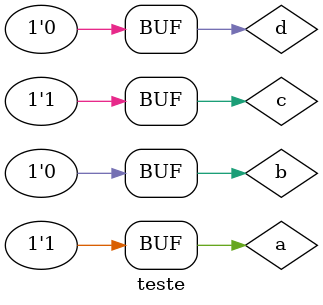
<source format=v>

module QuineMcCluskey ( s,a,b,c,d );

output s;
input a,b,c,d;
wire temp1,temp2,temp3,temp4,temp5,temp6,temp7,temp8,temp9,temp10;

nand NAND1 (temp1,c,c);
nand NAND2 (temp2,a,c,d);
nand NAND3 (temp10,temp2,temp2);
nand NAND4 (temp3,a,a);
nand NAND5 (temp4,temp3,c);
nand NAND6 (temp5,temp4,temp4);
nand NAND7 (temp6,b,d);
nand NAND8 (temp7,temp6,temp6);
nand NAND9 (temp8,b,c);
nand NAND10 (temp9,temp8,temp8);
nand NAND11 (s,temp10,temp5,temp7,temp9);

endmodule
//--------------------------------------------------------------------------------------------------------------

module teste;
reg a,b,c,d;
wire s;

QuineMcCluskey QM ( s,a,b,c,d );

initial begin:start
        a=0; b=0; c=0; d=0;
end

initial begin: main
#1 $display (" Exer Guia 08 - Marley Ribeiro- porta NAND ");
#1 $display (" a   b   c   d  =   s ");
  $monitor (" %b   %b   %b   %b  =   %b ",a,b,c,d,s);
           #1 a=0;    b=0;   c=0;   d=1;
			  #1 a=0;    b=0;   c=1;   d=0;
			  #1 a=0;    b=0;   c=1;   d=1;
			  #1 a=0;    b=1;   c=0;   d=0;
			  #1 a=0;    b=1;   c=0;   d=1;
			  #1 a=0;    b=1;   c=1;   d=0;
			  #1 a=0;    b=1;   c=1;   d=1;
			  #1 a=1;    b=0;   c=1;   d=1;
			  #1 a=1;    b=1;   c=0;   d=0;
			  #1 a=1;    b=1;   c=0;   d=1;
			  #1 a=1;    b=1;   c=1;   d=0;
			  #1 a=1;    b=1;   c=1;   d=1;
			  #1 a=1;    b=0;   c=0;   d=0;
			  #1 a=1;    b=0;   c=0;   d=1;
			  #1 a=1;    b=0;   c=1;   d=0;
			  
			  
			  
end
endmodule
</source>
